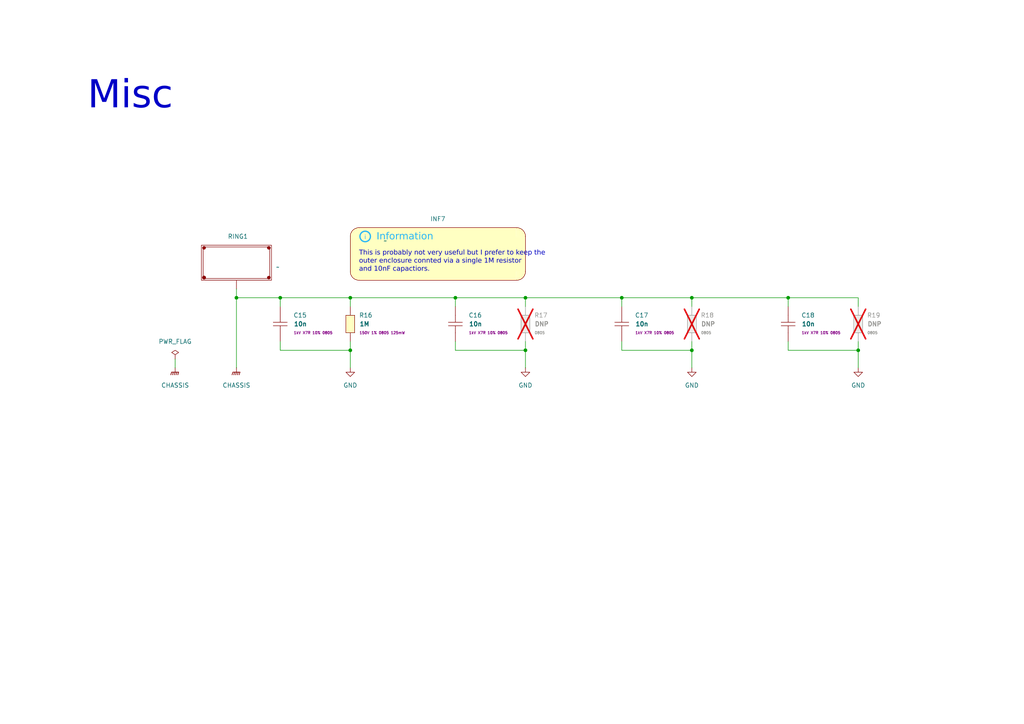
<source format=kicad_sch>
(kicad_sch (version 20231120) (generator "eeschema") (generator_version "8.0")
  (paper "A4")
  (title_block (title "AstraControl - Block Diagram") (date "2024-08-26") (rev "A") (company "LiveAstra Technologies"))
  (lib_symbols
    (symbol "LiveAstra:AstraControl_Ground_Ring" (pin_numbers hide) (pin_names hide)
      (property "Reference" "RING" (at 0 6.35 0))
      (symbol "AstraControl_Ground_Ring_0_1"
        (rectangle (start -10.16 5.08) (end 10.16 -5.08))
        (rectangle (start -9.652 4.572) (end 9.652 -4.572))
      )
      (symbol "AstraControl_Ground_Ring_1_1"
        (circle (center -9.398 -4.318) (radius 0.508) (stroke (width 0.0508)) (fill (type outline)))
        (circle (center -9.398 4.318) (radius 0.508) (stroke (width -0.0001)) (fill (type outline)))
        (circle (center 9.398 -4.318) (radius 0.508) (stroke (width -0.0001)) (fill (type outline)))
        (circle (center 9.398 4.318) (radius 0.508) (stroke (width -0.0001)) (fill (type outline)))
        (pin passive line (at 0 -7.62 90) (length 2.54) (name "2") (number "1"))
      )
    )
    (symbol "LiveAstra:CHASSIS" (power) (pin_numbers hide) (pin_names (offset 0) hide)
      (property "Value" "CHASSIS" (at 0 -3.302 0))
      (symbol "CHASSIS_0_1"
        (polyline (pts (xy 0 -1.27) (xy 0 0)))
        (polyline (pts (xy -1.016 -1.27) (xy -1.27 -2.032) (xy -1.27 -2.032)) (stroke (width 0.2032)))
        (polyline (pts (xy -0.508 -1.27) (xy -0.762 -2.032) (xy -0.762 -2.032)) (stroke (width 0.2032)))
        (polyline (pts (xy 0 -1.27) (xy -0.254 -2.032) (xy -0.254 -2.032)) (stroke (width 0.2032)))
        (polyline (pts (xy 0.508 -1.27) (xy 0.254 -2.032) (xy 0.254 -2.032)) (stroke (width 0.2032)))
        (polyline (pts (xy 1.016 -1.27) (xy -1.016 -1.27) (xy -1.016 -1.27)) (stroke (width 0.2032)))
        (polyline (pts (xy 1.016 -1.27) (xy 0.762 -2.032) (xy 0.762 -2.032) (xy 0.762 -2.032)) (stroke (width 0.2032)))
      )
      (symbol "CHASSIS_1_1"
        (pin power_in line (at 0 0 270) (length 0) (name "~") (number "1"))
      )
    )
    (symbol "LiveAstra:C_10nF_X7R_0805" (pin_numbers hide) (pin_names hide)
      (property "Reference" "C" (at 0 8.89 0))
      (property "Value" "10n" (at 0 6.35 0))
      (property "Extra Values" "1kV X7R 10% 0805" (at 0 3.81 0))
      (symbol "C_10nF_X7R_0805_0_1"
        (polyline (pts (xy -0.51 -2.03) (xy -0.51 2.03)))
        (polyline (pts (xy -0.51 0) (xy -2.54 0)))
        (polyline (pts (xy 0.51 2.03) (xy 0.51 -2.03)))
        (polyline (pts (xy 2.54 0) (xy 0.51 0)))
      )
      (symbol "C_10nF_X7R_0805_1_1"
        (pin passive line (at -5.08 0 0) (length 2.54) (name "1") (number "1"))
        (pin passive line (at 5.08 0 180) (length 2.54) (name "2") (number "2"))
      )
    )
    (symbol "LiveAstra:Information_Box" (pin_numbers hide) (pin_names (offset 0) hide) (exclude_from_sim yes) (in_bom no) (on_board no)
      (property "Reference" "INF" (at 0 10.16 0))
      (symbol "Information_Box_1_1"
        (arc (start -25.3998 -5.0798) (mid -24.6559 -6.8759) (end -22.8598 -7.6198) (fill (type background)))
        (rectangle (start -25.4 5.08) (end 25.4 -5.08) (stroke (width -0.0001)) (fill (type background)))
        (arc (start -22.86 7.62) (mid -24.6561 6.8761) (end -25.4 5.08) (fill (type background)))
        (rectangle (start -22.86 7.62) (end 22.86 -7.62) (stroke (width -0.0001)) (fill (type background)))
        (circle (center -21.082 5.08) (radius 1.524) (stroke (width 0.381) (color 41 182 246 1)))
        (polyline (pts (xy -25.4 5.08) (xy -25.4 -5.08)))
        (polyline (pts (xy -22.86 -7.62) (xy 22.86 -7.62)))
        (polyline (pts (xy 22.86 7.62) (xy -22.86 7.62)))
        (polyline (pts (xy 25.4 -5.08) (xy 25.4 5.08)))
        (arc (start 22.86 -7.62) (mid 24.6561 -6.8761) (end 25.4 -5.08) (fill (type background)))
        (arc (start 25.4 5.08) (mid 24.6561 6.8761) (end 22.86 7.62) (fill (type background)))
        (text "i" (at -21.0726 4.8456 0) (effects (font (size 1.27 1.27))))
        (text "Information" (at -17.78 5.08 0) (effects (font (size 2.032 2.032)) (justify left)))
      )
    )
    (symbol "LiveAstra:R_1MOhm_0805_125mW" (pin_numbers hide) (pin_names hide)
      (property "Reference" "R" (at 0 7.62 0))
      (property "Value" "1M" (at 0 5.08 0))
      (property "Extra Values" "150V 1% 0805 125mW" (at 0 2.54 0))
      (symbol "R_1MOhm_0805_125mW_0_1"
        (rectangle (start -2.54 1.27) (end 2.54 -1.27) (fill (type background)))
      )
      (symbol "R_1MOhm_0805_125mW_1_1"
        (pin passive line (at -5.08 0 0) (length 2.54) (name "1") (number "1"))
        (pin passive line (at 5.08 0 180) (length 2.54) (name "2") (number "2"))
      )
    )
    (symbol "LiveAstra:R_DNP_0805" (pin_numbers hide) (pin_names hide)
      (property "Reference" "R" (at 0 7.62 0))
      (property "Value" "DNP" (at 0 5.08 0))
      (property "Extra Values" "0805" (at 0 2.54 0))
      (symbol "R_DNP_0805_0_1"
        (rectangle (start -2.54 1.27) (end 2.54 -1.27) (fill (type background)))
      )
      (symbol "R_DNP_0805_1_1"
        (pin passive line (at -5.08 0 0) (length 2.54) (name "1") (number "1"))
        (pin passive line (at 5.08 0 180) (length 2.54) (name "2") (number "2"))
      )
    )
    (symbol "power:GND" (power) (pin_numbers hide) (pin_names (offset 0) hide)
      (property "Value" "GND" (at 0 -3.81 0))
      (symbol "GND_0_1"
        (polyline (pts (xy 0 0) (xy 0 -1.27) (xy 1.27 -1.27) (xy 0 -2.54) (xy -1.27 -1.27) (xy 0 -1.27)))
      )
      (symbol "GND_1_1"
        (pin power_in line (at 0 0 270) (length 0) (name "~") (number "1"))
      )
    )
    (symbol "power:PWR_FLAG" (power) (pin_numbers hide) (pin_names (offset 0) hide)
      (property "Value" "PWR_FLAG" (at 0 3.81 0))
      (symbol "PWR_FLAG_0_0"
        (pin power_out line (at 0 0 90) (length 0) (name "~") (number "1"))
      )
      (symbol "PWR_FLAG_0_1"
        (polyline (pts (xy 0 0) (xy 0 1.27) (xy -1.016 1.905) (xy 0 2.54) (xy 1.016 1.905) (xy 0 1.27)))
      )
    )
  )
  (junction (at 132.08 86.36))
  (junction (at 68.58 86.36))
  (junction (at 228.6 86.36))
  (junction (at 101.6 101.6))
  (junction (at 180.34 86.36))
  (junction (at 101.6 86.36))
  (junction (at 248.92 101.6))
  (junction (at 81.28 86.36))
  (junction (at 200.66 101.6))
  (junction (at 200.66 86.36))
  (junction (at 152.4 101.6))
  (junction (at 152.4 86.36))
  (wire (pts (xy 81.28 99.06) (xy 81.28 101.6)))
  (wire (pts (xy 180.34 86.36) (xy 200.66 86.36)))
  (wire (pts (xy 248.92 99.06) (xy 248.92 101.6)))
  (wire (pts (xy 81.28 101.6) (xy 101.6 101.6)))
  (wire (pts (xy 152.4 86.36) (xy 180.34 86.36)))
  (wire (pts (xy 68.58 86.36) (xy 81.28 86.36)))
  (wire (pts (xy 132.08 99.06) (xy 132.08 101.6)))
  (wire (pts (xy 248.92 86.36) (xy 228.6 86.36)))
  (wire (pts (xy 248.92 88.9) (xy 248.92 86.36)))
  (wire (pts (xy 152.4 88.9) (xy 152.4 86.36)))
  (wire (pts (xy 180.34 86.36) (xy 180.34 88.9)))
  (wire (pts (xy 200.66 88.9) (xy 200.66 86.36)))
  (wire (pts (xy 180.34 101.6) (xy 200.66 101.6)))
  (wire (pts (xy 228.6 101.6) (xy 248.92 101.6)))
  (wire (pts (xy 248.92 101.6) (xy 248.92 106.68)))
  (wire (pts (xy 200.66 86.36) (xy 228.6 86.36)))
  (wire (pts (xy 68.58 83.82) (xy 68.58 86.36)))
  (wire (pts (xy 228.6 86.36) (xy 228.6 88.9)))
  (wire (pts (xy 132.08 86.36) (xy 152.4 86.36)))
  (wire (pts (xy 81.28 86.36) (xy 101.6 86.36)))
  (wire (pts (xy 152.4 99.06) (xy 152.4 101.6)))
  (wire (pts (xy 101.6 86.36) (xy 132.08 86.36)))
  (wire (pts (xy 228.6 99.06) (xy 228.6 101.6)))
  (wire (pts (xy 68.58 86.36) (xy 68.58 106.68)))
  (wire (pts (xy 180.34 99.06) (xy 180.34 101.6)))
  (wire (pts (xy 101.6 101.6) (xy 101.6 106.68)))
  (wire (pts (xy 200.66 101.6) (xy 200.66 106.68)))
  (wire (pts (xy 81.28 86.36) (xy 81.28 88.9)))
  (wire (pts (xy 132.08 101.6) (xy 152.4 101.6)))
  (wire (pts (xy 132.08 86.36) (xy 132.08 88.9)))
  (wire (pts (xy 152.4 101.6) (xy 152.4 106.68)))
  (wire (pts (xy 101.6 88.9) (xy 101.6 86.36)))
  (wire (pts (xy 101.6 99.06) (xy 101.6 101.6)))
  (wire (pts (xy 50.8 104.14) (xy 50.8 106.68)))
  (wire (pts (xy 200.66 99.06) (xy 200.66 101.6)))
  (text "Misc" (at 25.4 25.4 0) (effects (font (size 8 8)) (justify left top)))
  (text "This is probably not very useful but I prefer to keep the \nouter enclosure connted via a single 1M resistor \nand 10nF capactiors." (at 104.14 76.2 0) (effects (font (size 1.397 1.397)) (justify left)))
  (symbol (lib_id "LiveAstra:CHASSIS") (at 50.8 106.68 0) (unit 1)
    (property "Reference" "#PWR047" (effects (hide yes)))
    (property "Value" "CHASSIS" (at 50.8 111.76 0))
    (property "Description" "Power symbol creates a global label with name \"CHASSIS\" , global ground" (effects (hide yes)))
  )
  (symbol (lib_id "LiveAstra:R_1MOhm_0805_125mW") (at 101.6 93.98 90) (unit 1)
    (property "Reference" "R16" (at 104.14 91.4399 90) (effects (justify right)))
    (property "Value" "1M" (at 104.14 93.98 90) (effects (font (bold yes)) (justify right)))
    (property "Footprint" "LiveAstra:R_0805_2012Metric_Pad1.20x1.40mm_HandSolder" (effects (hide yes)))
    (property "Datasheet" "https://lcsc.com/product-detail/Chip-Resistor-Surface-Mount-UniOhm_1MR-1004-1_C17514.html" (effects (hide yes)))
    (property "Description" "125mW Thick Film Resistors 150V ±100ppm/℃ ±1% 1MΩ 0805 Chip Resistor - Surface Mount ROHS" (effects (hide yes)))
    (property "LCSC Part" "C17514" (effects (hide yes)))
    (property "Extra Values" "150V 1% 0805 125mW" (at 104.14 96.5199 90) (effects (font (size 0.762 0.762) (bold yes)) (justify right)))
    (property "MFN" "UNI-ROYAL(Uniroyal Elec)" (effects (hide yes)))
    (property "MPN" "0805W8F1004T5E" (effects (hide yes)))
  )
  (symbol (lib_id "LiveAstra:C_10nF_X7R_0805") (at 180.34 93.98 90) (unit 1)
    (property "Reference" "C17" (at 184.15 91.4399 90) (effects (justify right)))
    (property "Value" "10n" (at 184.15 93.98 90) (effects (font (bold yes)) (justify right)))
    (property "Footprint" "LiveAstra:C_0805_2012Metric_Pad1.18x1.45mm_HandSolder" (effects (hide yes)))
    (property "Datasheet" "https://lcsc.com/product-detail/Multilayer-Ceramic-Capacitors-MLCC-SMD-SMT_PSA-Prosperity-Dielectrics-FV21X103K102ECG_C565682.html" (effects (hide yes)))
    (property "Description" "1kV 10nF X7R ±10% 0805 Multilayer Ceramic Capacitors MLCC - SMD/SMT ROHS" (effects (hide yes)))
    (property "LCSC Part" "C565682" (effects (hide yes)))
    (property "Extra Values" "1kV X7R 10% 0805" (at 184.15 96.5199 90) (effects (font (size 0.762 0.762) (bold yes)) (justify right)))
    (property "MFN" "PSA(Prosperity Dielectrics)" (effects (hide yes)))
    (property "MPN" "FV21X103K102ECG" (effects (hide yes)))
  )
  (symbol (lib_id "LiveAstra:R_DNP_0805") (at 152.4 93.98 90) (unit 1) (dnp yes)
    (property "Reference" "R17" (at 154.94 91.4399 90) (effects (justify right)))
    (property "Value" "DNP" (at 154.94 93.98 90) (effects (font (bold yes)) (justify right)))
    (property "Footprint" "LiveAstra:R_DNP_0805_2012Metric_Pad1.20x1.40mm_HandSolder" (effects (hide yes)))
    (property "Description" "Thick Film Resistors" (effects (hide yes)))
    (property "Extra Values" "0805" (at 154.94 96.5199 90) (effects (font (size 0.762 0.762) (bold yes)) (justify right)))
  )
  (symbol (lib_id "LiveAstra:C_10nF_X7R_0805") (at 228.6 93.98 90) (unit 1)
    (property "Reference" "C18" (at 232.41 91.4399 90) (effects (justify right)))
    (property "Value" "10n" (at 232.41 93.98 90) (effects (font (bold yes)) (justify right)))
    (property "Footprint" "LiveAstra:C_0805_2012Metric_Pad1.18x1.45mm_HandSolder" (effects (hide yes)))
    (property "Datasheet" "https://lcsc.com/product-detail/Multilayer-Ceramic-Capacitors-MLCC-SMD-SMT_PSA-Prosperity-Dielectrics-FV21X103K102ECG_C565682.html" (effects (hide yes)))
    (property "Description" "1kV 10nF X7R ±10% 0805 Multilayer Ceramic Capacitors MLCC - SMD/SMT ROHS" (effects (hide yes)))
    (property "LCSC Part" "C565682" (effects (hide yes)))
    (property "Extra Values" "1kV X7R 10% 0805" (at 232.41 96.5199 90) (effects (font (size 0.762 0.762) (bold yes)) (justify right)))
    (property "MFN" "PSA(Prosperity Dielectrics)" (effects (hide yes)))
    (property "MPN" "FV21X103K102ECG" (effects (hide yes)))
  )
  (symbol (lib_id "LiveAstra:R_DNP_0805") (at 248.92 93.98 90) (unit 1) (dnp yes)
    (property "Reference" "R19" (at 251.46 91.4399 90) (effects (justify right)))
    (property "Value" "DNP" (at 251.46 93.98 90) (effects (font (bold yes)) (justify right)))
    (property "Footprint" "LiveAstra:R_DNP_0805_2012Metric_Pad1.20x1.40mm_HandSolder" (effects (hide yes)))
    (property "Description" "Thick Film Resistors" (effects (hide yes)))
    (property "Extra Values" "0805" (at 251.46 96.5199 90) (effects (font (size 0.762 0.762) (bold yes)) (justify right)))
  )
  (symbol (lib_id "LiveAstra:CHASSIS") (at 68.58 106.68 0) (unit 1)
    (property "Reference" "#PWR048" (effects (hide yes)))
    (property "Value" "CHASSIS" (at 68.58 111.76 0))
    (property "Description" "Power symbol creates a global label with name \"CHASSIS\" , global ground" (effects (hide yes)))
  )
  (symbol (lib_id "power:GND") (at 152.4 106.68 0) (unit 1)
    (property "Reference" "#PWR050" (effects (hide yes)))
    (property "Value" "GND" (at 152.4 111.76 0))
    (property "Description" "Power symbol creates a global label with name \"GND\" , ground" (effects (hide yes)))
  )
  (symbol (lib_id "power:GND") (at 200.66 106.68 0) (unit 1)
    (property "Reference" "#PWR051" (effects (hide yes)))
    (property "Value" "GND" (at 200.66 111.76 0))
    (property "Description" "Power symbol creates a global label with name \"GND\" , ground" (effects (hide yes)))
  )
  (symbol (lib_id "LiveAstra:C_10nF_X7R_0805") (at 81.28 93.98 90) (unit 1)
    (property "Reference" "C15" (at 85.09 91.4399 90) (effects (justify right)))
    (property "Value" "10n" (at 85.09 93.98 90) (effects (font (bold yes)) (justify right)))
    (property "Footprint" "LiveAstra:C_0805_2012Metric_Pad1.18x1.45mm_HandSolder" (effects (hide yes)))
    (property "Datasheet" "https://lcsc.com/product-detail/Multilayer-Ceramic-Capacitors-MLCC-SMD-SMT_PSA-Prosperity-Dielectrics-FV21X103K102ECG_C565682.html" (effects (hide yes)))
    (property "Description" "1kV 10nF X7R ±10% 0805 Multilayer Ceramic Capacitors MLCC - SMD/SMT ROHS" (effects (hide yes)))
    (property "LCSC Part" "C565682" (effects (hide yes)))
    (property "Extra Values" "1kV X7R 10% 0805" (at 85.09 96.5199 90) (effects (font (size 0.762 0.762) (bold yes)) (justify right)))
    (property "MFN" "PSA(Prosperity Dielectrics)" (effects (hide yes)))
    (property "MPN" "FV21X103K102ECG" (effects (hide yes)))
  )
  (symbol (lib_id "power:PWR_FLAG") (at 50.8 104.14 0) (unit 1)
    (property "Reference" "#FLG04" (effects (hide yes)))
    (property "Value" "PWR_FLAG" (at 50.8 99.06 0))
    (property "Description" "Special symbol for telling ERC where power comes from" (effects (hide yes)))
  )
  (symbol (lib_id "LiveAstra:R_DNP_0805") (at 200.66 93.98 90) (unit 1) (dnp yes)
    (property "Reference" "R18" (at 203.2 91.4399 90) (effects (justify right)))
    (property "Value" "DNP" (at 203.2 93.98 90) (effects (font (bold yes)) (justify right)))
    (property "Footprint" "LiveAstra:R_DNP_0805_2012Metric_Pad1.20x1.40mm_HandSolder" (effects (hide yes)))
    (property "Description" "Thick Film Resistors" (effects (hide yes)))
    (property "Extra Values" "0805" (at 203.2 96.5199 90) (effects (font (size 0.762 0.762) (bold yes)) (justify right)))
  )
  (symbol (lib_id "LiveAstra:AstraControl_Ground_Ring") (at 68.58 76.2 0) (unit 1) (in_bom no)
    (property "Reference" "RING1" (at 66.04 68.58 0) (effects (justify left)))
    (property "Value" "~" (at 80.01 77.47 0) (effects (justify left)))
    (property "Footprint" "LiveAstra:AstraControl_Ground_Ring" (effects (hide yes)))
  )
  (symbol (lib_id "power:GND") (at 248.92 106.68 0) (unit 1)
    (property "Reference" "#PWR052" (effects (hide yes)))
    (property "Value" "GND" (at 248.92 111.76 0))
    (property "Description" "Power symbol creates a global label with name \"GND\" , ground" (effects (hide yes)))
  )
  (symbol (lib_id "LiveAstra:Information_Box") (at 127 73.66 0) (unit 1) (exclude_from_sim yes) (in_bom no) (on_board no)
    (property "Reference" "INF7" (at 127 63.5 0))
    (property "Value" "~" (at 111.76 69.85 0))
  )
  (symbol (lib_id "power:GND") (at 101.6 106.68 0) (unit 1)
    (property "Reference" "#PWR049" (effects (hide yes)))
    (property "Value" "GND" (at 101.6 111.76 0))
    (property "Description" "Power symbol creates a global label with name \"GND\" , ground" (effects (hide yes)))
  )
  (symbol (lib_id "LiveAstra:C_10nF_X7R_0805") (at 132.08 93.98 90) (unit 1)
    (property "Reference" "C16" (at 135.89 91.4399 90) (effects (justify right)))
    (property "Value" "10n" (at 135.89 93.98 90) (effects (font (bold yes)) (justify right)))
    (property "Footprint" "LiveAstra:C_0805_2012Metric_Pad1.18x1.45mm_HandSolder" (effects (hide yes)))
    (property "Datasheet" "https://lcsc.com/product-detail/Multilayer-Ceramic-Capacitors-MLCC-SMD-SMT_PSA-Prosperity-Dielectrics-FV21X103K102ECG_C565682.html" (effects (hide yes)))
    (property "Description" "1kV 10nF X7R ±10% 0805 Multilayer Ceramic Capacitors MLCC - SMD/SMT ROHS" (effects (hide yes)))
    (property "LCSC Part" "C565682" (effects (hide yes)))
    (property "Extra Values" "1kV X7R 10% 0805" (at 135.89 96.5199 90) (effects (font (size 0.762 0.762) (bold yes)) (justify right)))
    (property "MFN" "PSA(Prosperity Dielectrics)" (effects (hide yes)))
    (property "MPN" "FV21X103K102ECG" (effects (hide yes)))
  )
)
</source>
